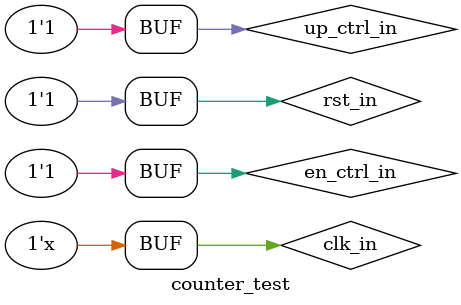
<source format=v>
module Counter_8bit 
#(parameter width=8)

(input wire clk_in,
input wire rst_in,
input wire en_ctrl_in,
input wire set_ctrl_in,
input wire up_ctrl_in,
input wire[width-1:0] counter_in,
output reg [width-1:0]counter_out,
output reg ovf_out
);

initial 
begin
counter_out=8'b0;
end



always @(posedge clk_in or negedge rst_in)
begin

	if(~ rst_in)
		begin
			counter_out=8'b0;
			ovf_out=1'b0;
		end

	else if(en_ctrl_in)
	 begin
		
		if(up_ctrl_in)
			counter_out=counter_out+1;
		else
			counter_out=counter_out-1;

		if(counter_out==8'hff)
			ovf_out=1'b1;
		else
			ovf_out=1'b0;
	end
	else
	begin
		if(set_ctrl_in)
			counter_out=counter_in;
	end
end


endmodule


module counter_test;
 reg clk_in;
 reg rst_in;
 reg en_ctrl_in;
 reg set_ctrl_in;
 reg up_ctrl_in;
 reg[7:0] counter_in;
 wire [7:0]counter_out;
 wire ovf_out;


Counter_8bit inst1(.clk_in(clk_in) , .rst_in(rst_in) , .en_ctrl_in(en_ctrl_in) , .set_ctrl_in(set_ctrl_in) , .up_ctrl_in(up_ctrl_in) , .counter_in(counter_in) , .counter_out(counter_out) , .ovf_out(ovf_out));

initial clk_in = 0;
always #10 clk_in = ~clk_in;


initial
begin
#20
rst_in=1'b1;
en_ctrl_in=1'b1;
up_ctrl_in=1'b1;






$monitor("%b %b %b %b %b %b",clk_in,en_ctrl_in,up_ctrl_in,rst_in,counter_out,ovf_out);

end
endmodule

</source>
